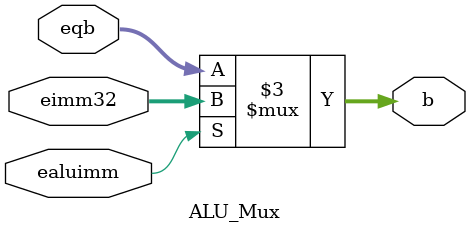
<source format=v>
`timescale 1ns / 1ps


module ALU_Mux(
    input ealuimm,             // Control signal: 0 = use eqb, 1 = use eimm32
    input [31:0] eqb,          // Operand B from register
    input [31:0] eimm32,       // Extended immediate
    output reg [31:0] b        // Output to ALU
);
    always @(*) begin
        if (ealuimm)
            b = eimm32;
        else
            b = eqb;
    end
endmodule
</source>
